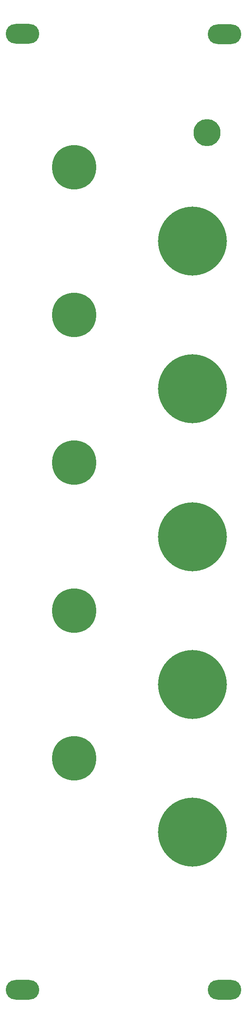
<source format=gbr>
%TF.GenerationSoftware,KiCad,Pcbnew,5.1.9-73d0e3b20d~88~ubuntu20.10.1*%
%TF.CreationDate,2021-02-22T22:34:40+01:00*%
%TF.ProjectId,vca-adsr-panel,7663612d-6164-4737-922d-70616e656c2e,rev?*%
%TF.SameCoordinates,Original*%
%TF.FileFunction,Soldermask,Bot*%
%TF.FilePolarity,Negative*%
%FSLAX46Y46*%
G04 Gerber Fmt 4.6, Leading zero omitted, Abs format (unit mm)*
G04 Created by KiCad (PCBNEW 5.1.9-73d0e3b20d~88~ubuntu20.10.1) date 2021-02-22 22:34:40*
%MOMM*%
%LPD*%
G01*
G04 APERTURE LIST*
%ADD10C,5.500000*%
%ADD11C,14.000000*%
%ADD12C,9.000000*%
%ADD13O,6.800000X4.000000*%
G04 APERTURE END LIST*
D10*
%TO.C,REF\u002A\u002A*%
X82000000Y-63000000D03*
%TD*%
D11*
%TO.C,REF\u002A\u002A*%
X79000000Y-205000000D03*
%TD*%
D12*
%TO.C,REF\u002A\u002A*%
X55000000Y-190000000D03*
%TD*%
D11*
%TO.C,REF\u002A\u002A*%
X79000000Y-85000000D03*
%TD*%
%TO.C,REF\u002A\u002A*%
X79000000Y-115000000D03*
%TD*%
D12*
%TO.C,REF\u002A\u002A*%
X55000000Y-160000000D03*
%TD*%
%TO.C,REF\u002A\u002A*%
X55000000Y-130000000D03*
%TD*%
%TO.C,REF\u002A\u002A*%
X55000000Y-100000000D03*
%TD*%
%TO.C,REF\u002A\u002A*%
X55000000Y-70000000D03*
%TD*%
D11*
%TO.C,REF\u002A\u002A*%
X79000000Y-145000000D03*
%TD*%
%TO.C,REF\u002A\u002A*%
X79000000Y-175000000D03*
%TD*%
D13*
%TO.C,REF\u002A\u002A*%
X85505971Y-42972494D03*
X85505971Y-236972494D03*
%TD*%
%TO.C,REF\u002A\u002A*%
X44486453Y-42966212D03*
X44486453Y-236966212D03*
%TD*%
M02*

</source>
